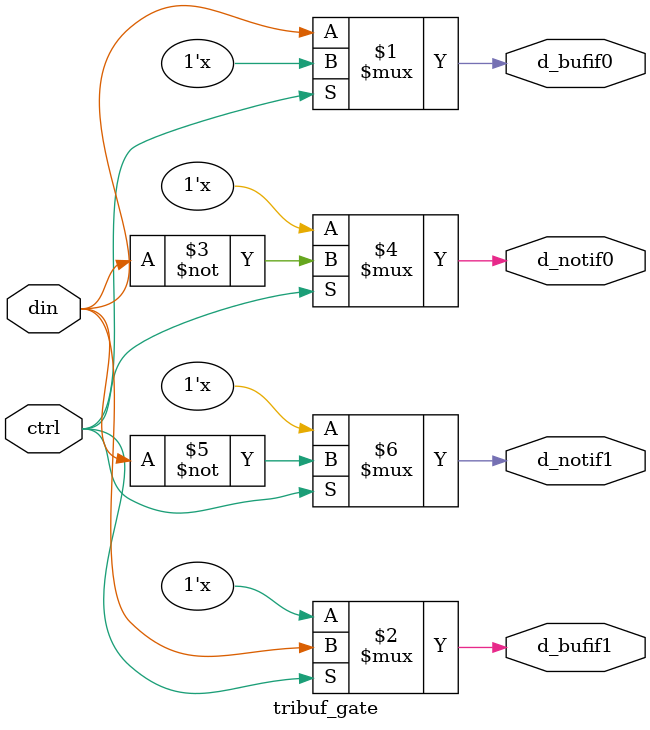
<source format=v>

module tribuf_gate(
    input din,
    input ctrl,
    
    output d_bufif0,
    output d_bufif1,
    output d_notif0,
    output d_notif1
    );
    
    //ÊµÀý»¯bufif0ÈýÌ¬ÃÅÄ£¿é
    bufif0 U1_bufif0(d_bufif0, din, ctrl);

    //ÊµÀý»¯bufif1ÈýÌ¬ÃÅÄ£¿é
    bufif1 U1_bufif1(d_bufif1, din, ctrl);

    //ÊµÀý»¯notif0ÈýÌ¬ÃÅÄ£¿é
    notif0 U1_notif0(d_notif0, din, ctrl);

    //ÊµÀý»¯notif1ÈýÌ¬ÃÅÄ£¿é
    notif1 U1_notif1(d_notif1, din, ctrl);
    
endmodule
// END OF tribuf_gate.v FILE ***************************************************

    
   
</source>
